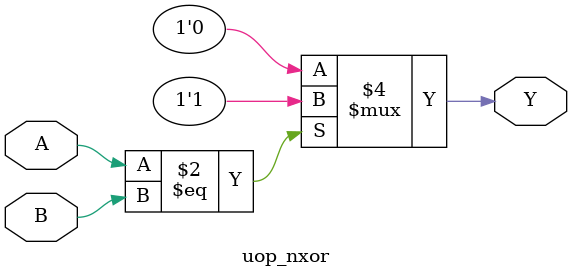
<source format=sv>
module uop_nxor(output reg Y, input wire A, input wire B);


//Behavioural
always @(A or B)
// this works better 
begin
	if (A == B)
		Y = 1;
	else
		Y = 0;
end	

endmodule
</source>
